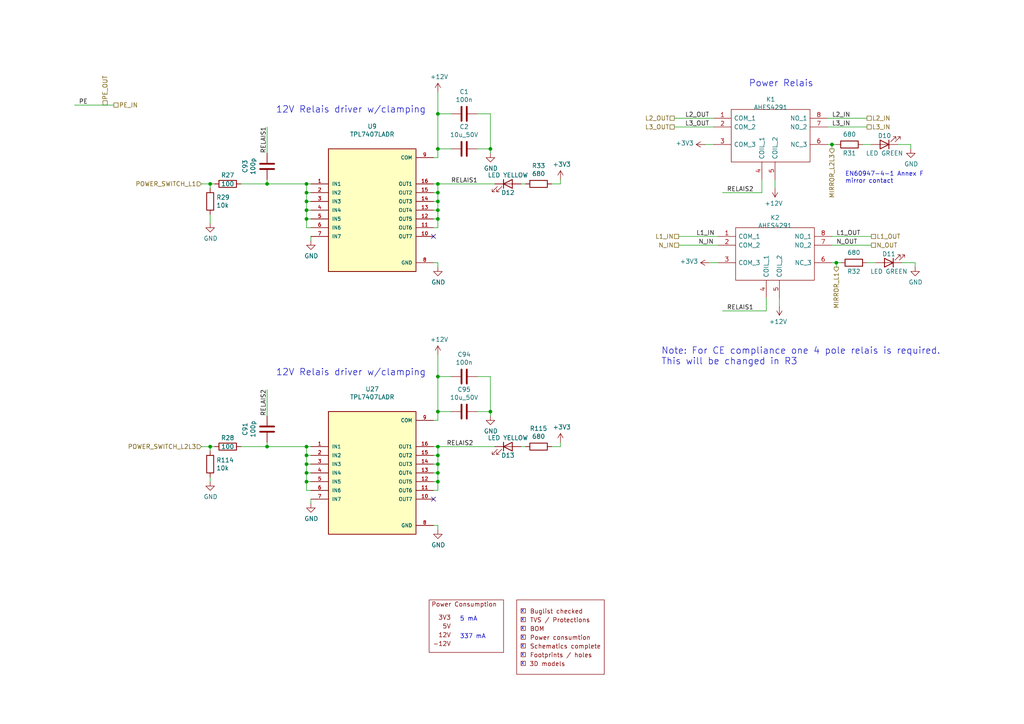
<source format=kicad_sch>
(kicad_sch (version 20211123) (generator eeschema)
  (paper "A4")
  (title_block (title "Yeti Board") (date "2021-05-14") (rev "02") (company "Pionix GmbH") (comment 1 "Cornelius Claussen"))
  (lib_symbols
    (symbol "Device:C" (pin_numbers hide) (pin_names (offset 0.254))
      (property "Reference" "C" (at 0.635 2.54 0))
      (property "Value" "C" (at 0.635 -2.54 0))
      (symbol "C_0_1"
        (polyline (pts (xy -2.032 -0.762) (xy 2.032 -0.762)) (stroke (width 0.508)))
        (polyline (pts (xy -2.032 0.762) (xy 2.032 0.762)) (stroke (width 0.508)))
      )
      (symbol "C_1_1"
        (pin passive line (at 0 3.81 270) (length 2.794) (name "~") (number "1"))
        (pin passive line (at 0 -3.81 90) (length 2.794) (name "~") (number "2"))
      )
    )
    (symbol "Device:LED" (pin_numbers hide) (pin_names (offset 1.016) hide)
      (property "Reference" "D" (at 0 2.54 0))
      (property "Value" "LED" (at 0 -2.54 0))
      (symbol "LED_0_1"
        (polyline (pts (xy -1.27 -1.27) (xy -1.27 1.27)) (stroke (width 0.254)))
        (polyline (pts (xy -1.27 0) (xy 1.27 0)))
        (polyline (pts (xy 1.27 -1.27) (xy 1.27 1.27) (xy -1.27 0) (xy 1.27 -1.27)) (stroke (width 0.254)))
        (polyline (pts (xy -3.048 -0.762) (xy -4.572 -2.286) (xy -3.81 -2.286) (xy -4.572 -2.286) (xy -4.572 -1.524)))
        (polyline (pts (xy -1.778 -0.762) (xy -3.302 -2.286) (xy -2.54 -2.286) (xy -3.302 -2.286) (xy -3.302 -1.524)))
      )
      (symbol "LED_1_1"
        (pin passive line (at -3.81 0 0) (length 2.54) (name "K") (number "1"))
        (pin passive line (at 3.81 0 180) (length 2.54) (name "A") (number "2"))
      )
    )
    (symbol "Device:R" (pin_numbers hide) (pin_names (offset 0))
      (property "Reference" "R" (at 2.032 0 90))
      (property "Value" "R" (at 0 0 90))
      (symbol "R_0_1"
        (rectangle (start -1.016 -2.54) (end 1.016 2.54) (stroke (width 0.254)))
      )
      (symbol "R_1_1"
        (pin passive line (at 0 3.81 270) (length 1.27) (name "~") (number "1"))
        (pin passive line (at 0 -3.81 90) (length 1.27) (name "~") (number "2"))
      )
    )
    (symbol "ev-devboard:AHES4291" (pin_names (offset 0.762))
      (property "Reference" "K?" (at -1.27 5.08 0))
      (property "Value" "AHES4291" (at -5.08 8.89 0))
      (property "Digikey" "255-5913-ND" (at 0 0 0))
      (property "MPN" "AHES4291" (at 0 0 0))
      (property "Price" "14.15" (at 0 0 0))
      (property "Manufacturer" "Panasonic Electric Works" (at 0 0 0))
      (symbol "AHES4291_0_0"
        (pin passive line (at -16.51 5.08 0) (length 5.08) (name "COM_1") (number "1"))
        (pin passive line (at -16.51 2.54 0) (length 5.08) (name "COM_2") (number "2"))
        (pin passive line (at -16.51 -2.54 0) (length 5.08) (name "COM_3") (number "3"))
        (pin passive line (at -2.54 -12.7 90) (length 5.08) (name "COIL_1") (number "4"))
        (pin passive line (at 1.27 -12.7 90) (length 5.08) (name "COIL_2") (number "5"))
        (pin passive line (at 16.51 -2.54 180) (length 5.08) (name "NC_3") (number "6"))
        (pin passive line (at 16.51 2.54 180) (length 5.08) (name "NO_2") (number "7"))
        (pin passive line (at 16.51 5.08 180) (length 5.08) (name "NO_1") (number "8"))
      )
      (symbol "AHES4291_0_1"
        (polyline (pts (xy -11.43 7.62) (xy 11.43 7.62) (xy 11.43 -7.62) (xy -11.43 -7.62) (xy -11.43 7.62)) (stroke (width 0.1524)))
      )
    )
    (symbol "ev-devboard:CHECKLIST" (pin_numbers hide) (pin_names (offset 0) hide)
      (symbol "CHECKLIST_0_0"
        (rectangle (start -11.43 10.16) (end 13.97 -11.43))
        (rectangle (start -10.16 7.62) (end -8.89 6.35))
        (text "3D models" (at -2.54 -7.62 0) (effects (font (size 1.27 1.27)) (justify top)))
        (text "BOM" (at -7.62 2.54 0) (effects (font (size 1.27 1.27)) (justify left top)))
        (text "Buglist checked" (at -7.62 7.62 0) (effects (font (size 1.27 1.27)) (justify left top)))
        (text "Footprints / holes" (at -7.62 -5.08 0) (effects (font (size 1.27 1.27)) (justify left top)))
        (text "Power consumtion" (at -7.62 0 0) (effects (font (size 1.27 1.27)) (justify left top)))
        (text "Schematics complete" (at -7.62 -2.54 0) (effects (font (size 1.27 1.27)) (justify left top)))
        (text "TVS / Protections" (at -7.62 5.08 0) (effects (font (size 1.27 1.27)) (justify left top)))
      )
      (symbol "CHECKLIST_1_1"
        (rectangle (start -10.16 -7.62) (end -8.89 -8.89))
        (rectangle (start -10.16 -5.08) (end -8.89 -6.35))
        (rectangle (start -10.16 -2.54) (end -8.89 -3.81))
        (rectangle (start -10.16 0) (end -8.89 -1.27))
        (rectangle (start -10.16 2.54) (end -8.89 1.27))
        (rectangle (start -10.16 5.08) (end -8.89 3.81))
      )
    )
    (symbol "ev-devboard:POWERCONSUMPTION" (pin_names (offset 1.016))
      (symbol "POWERCONSUMPTION_0_0"
        (rectangle (start -10.16 7.62) (end 11.43 -7.62))
        (text "-12V" (at -3.81 -5.08 0) (effects (font (size 1.27 1.27)) (justify right)))
        (text "12V" (at -3.81 -2.54 0) (effects (font (size 1.27 1.27)) (justify right)))
        (text "3V3" (at -3.81 2.54 0) (effects (font (size 1.27 1.27)) (justify right)))
        (text "5V" (at -3.81 0 0) (effects (font (size 1.27 1.27)) (justify right)))
        (text "Power Consumption" (at 0 6.35 0) (effects (font (size 1.27 1.27))))
      )
    )
    (symbol "ev-devboard:TPL7407LPWR" (pin_names (offset 1.016))
      (property "Reference" "U" (at -12.7 19.05 0))
      (property "Value" "TPL7407LPWR" (at -12.7 -20.32 0))
      (symbol "TPL7407LPWR_0_0"
        (rectangle (start -12.7 -17.78) (end 12.7 17.78) (stroke (width 0.254)) (fill (type background)))
        (pin input line (at -17.78 7.62 0) (length 5.08) (name "IN1") (number "1"))
        (pin passive line (at 17.78 -7.62 180) (length 5.08) (name "OUT7") (number "10"))
        (pin passive line (at 17.78 -5.08 180) (length 5.08) (name "OUT6") (number "11"))
        (pin passive line (at 17.78 -2.54 180) (length 5.08) (name "OUT5") (number "12"))
        (pin passive line (at 17.78 0 180) (length 5.08) (name "OUT4") (number "13"))
        (pin passive line (at 17.78 2.54 180) (length 5.08) (name "OUT3") (number "14"))
        (pin passive line (at 17.78 5.08 180) (length 5.08) (name "OUT2") (number "15"))
        (pin passive line (at 17.78 7.62 180) (length 5.08) (name "OUT1") (number "16"))
        (pin input line (at -17.78 5.08 0) (length 5.08) (name "IN2") (number "2"))
        (pin input line (at -17.78 2.54 0) (length 5.08) (name "IN3") (number "3"))
        (pin input line (at -17.78 0 0) (length 5.08) (name "IN4") (number "4"))
        (pin input line (at -17.78 -2.54 0) (length 5.08) (name "IN5") (number "5"))
        (pin input line (at -17.78 -5.08 0) (length 5.08) (name "IN6") (number "6"))
        (pin input line (at -17.78 -7.62 0) (length 5.08) (name "IN7") (number "7"))
        (pin power_in line (at 17.78 -15.24 180) (length 5.08) (name "GND") (number "8"))
        (pin power_in line (at 17.78 15.24 180) (length 5.08) (name "COM") (number "9"))
      )
    )
    (symbol "power:+12V" (power) (pin_names (offset 0))
      (property "Value" "+12V" (at 0 3.556 0))
      (symbol "+12V_0_1"
        (polyline (pts (xy -0.762 1.27) (xy 0 2.54)))
        (polyline (pts (xy 0 0) (xy 0 2.54)))
        (polyline (pts (xy 0 2.54) (xy 0.762 1.27)))
      )
      (symbol "+12V_1_1"
        (pin power_in line (at 0 0 90) (length 0) hide (name "+12V") (number "1"))
      )
    )
    (symbol "power:+3.3V" (power) (pin_names (offset 0))
      (property "Value" "+3.3V" (at 0 3.556 0))
      (symbol "+3.3V_0_1"
        (polyline (pts (xy -0.762 1.27) (xy 0 2.54)))
        (polyline (pts (xy 0 0) (xy 0 2.54)))
        (polyline (pts (xy 0 2.54) (xy 0.762 1.27)))
      )
      (symbol "+3.3V_1_1"
        (pin power_in line (at 0 0 90) (length 0) hide (name "+3V3") (number "1"))
      )
    )
    (symbol "power:GND" (power) (pin_names (offset 0))
      (property "Value" "GND" (at 0 -3.81 0))
      (symbol "GND_0_1"
        (polyline (pts (xy 0 0) (xy 0 -1.27) (xy 1.27 -1.27) (xy 0 -2.54) (xy -1.27 -1.27) (xy 0 -1.27)))
      )
      (symbol "GND_1_1"
        (pin power_in line (at 0 0 270) (length 0) hide (name "GND") (number "1"))
      )
    )
  )
  (junction (at 142.24 119.38))
  (junction (at 127 139.7))
  (junction (at 127 58.42))
  (junction (at 88.9 60.96))
  (junction (at 241.3 41.91))
  (junction (at 127 63.5))
  (junction (at 127 109.22))
  (junction (at 88.9 63.5))
  (junction (at 77.47 129.54))
  (junction (at 127 129.54))
  (junction (at 127 119.38))
  (junction (at 142.24 43.18))
  (junction (at 88.9 134.62))
  (junction (at 127 134.62))
  (junction (at 88.9 53.34))
  (junction (at 127 55.88))
  (junction (at 127 33.02))
  (junction (at 88.9 137.16))
  (junction (at 88.9 132.08))
  (junction (at 127 53.34))
  (junction (at 88.9 129.54))
  (junction (at 88.9 139.7))
  (junction (at 127 60.96))
  (junction (at 127 132.08))
  (junction (at 127 137.16))
  (junction (at 60.96 53.34))
  (junction (at 77.47 53.34))
  (junction (at 127 43.18))
  (junction (at 88.9 55.88))
  (junction (at 242.57 76.2))
  (junction (at 60.96 129.54))
  (junction (at 88.9 58.42))
  (no_connect (at 125.73 144.78))
  (no_connect (at 125.73 68.58))
  (wire (pts (xy 21.59 30.48) (xy 33.02 30.48)))
  (wire (pts (xy 142.24 33.02) (xy 142.24 43.18)))
  (wire (pts (xy 88.9 142.24) (xy 90.17 142.24)))
  (wire (pts (xy 90.17 55.88) (xy 88.9 55.88)))
  (wire (pts (xy 125.73 139.7) (xy 127 139.7)))
  (wire (pts (xy 125.73 132.08) (xy 127 132.08)))
  (wire (pts (xy 127 45.72) (xy 127 43.18)))
  (wire (pts (xy 88.9 53.34) (xy 88.9 55.88)))
  (wire (pts (xy 88.9 132.08) (xy 88.9 134.62)))
  (wire (pts (xy 60.96 130.81) (xy 60.96 129.54)))
  (wire (pts (xy 242.57 41.91) (xy 241.3 41.91)))
  (wire (pts (xy 127 66.04) (xy 127 63.5)))
  (wire (pts (xy 60.96 53.34) (xy 58.42 53.34)))
  (wire (pts (xy 205.74 76.2) (xy 208.28 76.2)))
  (wire (pts (xy 77.47 129.54) (xy 88.9 129.54)))
  (wire (pts (xy 160.02 53.34) (xy 162.56 53.34)))
  (wire (pts (xy 242.57 76.2) (xy 243.84 76.2)))
  (wire (pts (xy 125.73 142.24) (xy 127 142.24)))
  (wire (pts (xy 260.35 41.91) (xy 264.16 41.91)))
  (wire (pts (xy 60.96 138.43) (xy 60.96 139.7)))
  (wire (pts (xy 138.43 119.38) (xy 142.24 119.38)))
  (wire (pts (xy 90.17 139.7) (xy 88.9 139.7)))
  (wire (pts (xy 90.17 132.08) (xy 88.9 132.08)))
  (wire (pts (xy 60.96 129.54) (xy 58.42 129.54)))
  (wire (pts (xy 241.3 43.18) (xy 241.3 41.91)))
  (wire (pts (xy 138.43 109.22) (xy 142.24 109.22)))
  (wire (pts (xy 127 139.7) (xy 127 137.16)))
  (wire (pts (xy 125.73 55.88) (xy 127 55.88)))
  (wire (pts (xy 69.85 53.34) (xy 77.47 53.34)))
  (wire (pts (xy 127 142.24) (xy 127 139.7)))
  (wire (pts (xy 127 76.2) (xy 127 77.47)))
  (wire (pts (xy 127 134.62) (xy 127 132.08)))
  (wire (pts (xy 130.81 33.02) (xy 127 33.02)))
  (wire (pts (xy 127 134.62) (xy 127 137.16)))
  (wire (pts (xy 162.56 53.34) (xy 162.56 52.07)))
  (wire (pts (xy 130.81 119.38) (xy 127 119.38)))
  (wire (pts (xy 240.03 34.29) (xy 251.46 34.29)))
  (wire (pts (xy 88.9 139.7) (xy 88.9 142.24)))
  (wire (pts (xy 162.56 129.54) (xy 162.56 128.27)))
  (wire (pts (xy 62.23 129.54) (xy 60.96 129.54)))
  (wire (pts (xy 142.24 119.38) (xy 142.24 120.65)))
  (wire (pts (xy 130.81 109.22) (xy 127 109.22)))
  (wire (pts (xy 241.3 71.12) (xy 252.73 71.12)))
  (wire (pts (xy 88.9 60.96) (xy 90.17 60.96)))
  (wire (pts (xy 90.17 58.42) (xy 88.9 58.42)))
  (wire (pts (xy 242.57 77.47) (xy 242.57 76.2)))
  (wire (pts (xy 127 119.38) (xy 127 109.22)))
  (wire (pts (xy 88.9 129.54) (xy 90.17 129.54)))
  (wire (pts (xy 207.01 34.29) (xy 195.58 34.29)))
  (wire (pts (xy 127 63.5) (xy 127 60.96)))
  (wire (pts (xy 127 53.34) (xy 143.51 53.34)))
  (wire (pts (xy 60.96 62.23) (xy 60.96 64.77)))
  (wire (pts (xy 77.47 120.65) (xy 77.47 113.03)))
  (wire (pts (xy 125.73 152.4) (xy 127 152.4)))
  (wire (pts (xy 125.73 58.42) (xy 127 58.42)))
  (wire (pts (xy 204.47 41.91) (xy 207.01 41.91)))
  (wire (pts (xy 125.73 137.16) (xy 127 137.16)))
  (wire (pts (xy 77.47 129.54) (xy 77.47 128.27)))
  (wire (pts (xy 60.96 54.61) (xy 60.96 53.34)))
  (wire (pts (xy 125.73 121.92) (xy 127 121.92)))
  (wire (pts (xy 127 60.96) (xy 127 58.42)))
  (wire (pts (xy 261.62 76.2) (xy 265.43 76.2)))
  (wire (pts (xy 90.17 134.62) (xy 88.9 134.62)))
  (wire (pts (xy 160.02 129.54) (xy 162.56 129.54)))
  (wire (pts (xy 224.79 52.07) (xy 224.79 54.61)))
  (wire (pts (xy 127 33.02) (xy 127 26.67)))
  (wire (pts (xy 125.73 129.54) (xy 127 129.54)))
  (wire (pts (xy 77.47 44.45) (xy 77.47 36.83)))
  (wire (pts (xy 127 121.92) (xy 127 119.38)))
  (wire (pts (xy 151.13 129.54) (xy 152.4 129.54)))
  (wire (pts (xy 127 132.08) (xy 127 129.54)))
  (wire (pts (xy 88.9 55.88) (xy 88.9 58.42)))
  (wire (pts (xy 264.16 41.91) (xy 264.16 43.18)))
  (wire (pts (xy 88.9 137.16) (xy 90.17 137.16)))
  (wire (pts (xy 127 43.18) (xy 127 33.02)))
  (wire (pts (xy 125.73 66.04) (xy 127 66.04)))
  (wire (pts (xy 207.01 36.83) (xy 195.58 36.83)))
  (wire (pts (xy 127 55.88) (xy 127 53.34)))
  (wire (pts (xy 88.9 139.7) (xy 88.9 137.16)))
  (wire (pts (xy 125.73 76.2) (xy 127 76.2)))
  (wire (pts (xy 240.03 36.83) (xy 251.46 36.83)))
  (wire (pts (xy 222.25 90.17) (xy 209.55 90.17)))
  (wire (pts (xy 125.73 45.72) (xy 127 45.72)))
  (wire (pts (xy 241.3 68.58) (xy 252.73 68.58)))
  (wire (pts (xy 251.46 76.2) (xy 254 76.2)))
  (wire (pts (xy 222.25 86.36) (xy 222.25 90.17)))
  (wire (pts (xy 208.28 71.12) (xy 196.85 71.12)))
  (wire (pts (xy 265.43 76.2) (xy 265.43 77.47)))
  (wire (pts (xy 77.47 53.34) (xy 77.47 52.07)))
  (wire (pts (xy 127 152.4) (xy 127 153.67)))
  (wire (pts (xy 88.9 134.62) (xy 88.9 137.16)))
  (wire (pts (xy 138.43 33.02) (xy 142.24 33.02)))
  (wire (pts (xy 90.17 63.5) (xy 88.9 63.5)))
  (wire (pts (xy 127 129.54) (xy 143.51 129.54)))
  (wire (pts (xy 125.73 53.34) (xy 127 53.34)))
  (wire (pts (xy 142.24 109.22) (xy 142.24 119.38)))
  (wire (pts (xy 127 109.22) (xy 127 102.87)))
  (wire (pts (xy 220.98 55.88) (xy 209.55 55.88)))
  (wire (pts (xy 138.43 43.18) (xy 142.24 43.18)))
  (wire (pts (xy 125.73 63.5) (xy 127 63.5)))
  (wire (pts (xy 88.9 129.54) (xy 88.9 132.08)))
  (wire (pts (xy 88.9 63.5) (xy 88.9 60.96)))
  (wire (pts (xy 252.73 41.91) (xy 250.19 41.91)))
  (wire (pts (xy 77.47 53.34) (xy 88.9 53.34)))
  (wire (pts (xy 62.23 53.34) (xy 60.96 53.34)))
  (wire (pts (xy 208.28 68.58) (xy 196.85 68.58)))
  (wire (pts (xy 220.98 52.07) (xy 220.98 55.88)))
  (wire (pts (xy 88.9 60.96) (xy 88.9 58.42)))
  (wire (pts (xy 88.9 66.04) (xy 90.17 66.04)))
  (wire (pts (xy 226.06 86.36) (xy 226.06 88.9)))
  (wire (pts (xy 130.81 43.18) (xy 127 43.18)))
  (wire (pts (xy 142.24 43.18) (xy 142.24 44.45)))
  (wire (pts (xy 151.13 53.34) (xy 152.4 53.34)))
  (wire (pts (xy 90.17 68.58) (xy 90.17 69.85)))
  (wire (pts (xy 69.85 129.54) (xy 77.47 129.54)))
  (wire (pts (xy 125.73 134.62) (xy 127 134.62)))
  (wire (pts (xy 125.73 60.96) (xy 127 60.96)))
  (wire (pts (xy 88.9 53.34) (xy 90.17 53.34)))
  (wire (pts (xy 90.17 144.78) (xy 90.17 146.05)))
  (wire (pts (xy 241.3 76.2) (xy 242.57 76.2)))
  (wire (pts (xy 241.3 41.91) (xy 240.03 41.91)))
  (wire (pts (xy 127 58.42) (xy 127 55.88)))
  (wire (pts (xy 88.9 63.5) (xy 88.9 66.04)))
  (text "X" (at 151.13 193.04 0) (effects (font (size 0.762 0.762)) (justify left bottom)))
  (text "X" (at 151.13 182.88 0) (effects (font (size 0.762 0.762)) (justify left bottom)))
  (text "EN60947-4-1 Annex F \nmirror contact" (at 245.11 53.34 0) (effects (font (size 1.27 1.27)) (justify left bottom)))
  (text "X" (at 151.13 180.34 0) (effects (font (size 0.762 0.762)) (justify left bottom)))
  (text "X" (at 151.13 187.96 0) (effects (font (size 0.762 0.762)) (justify left bottom)))
  (text "X" (at 151.13 190.5 0) (effects (font (size 0.762 0.762)) (justify left bottom)))
  (text "Note: For CE compliance one 4 pole relais is required.\nThis will be changed in R3" (at 191.77 106.045 0) (effects (font (size 1.905 1.905)) (justify left bottom)))
  (text "337 mA\n" (at 133.35 185.42 0) (effects (font (size 1.27 1.27)) (justify left bottom)))
  (text "X" (at 151.13 177.8 0) (effects (font (size 0.762 0.762)) (justify left bottom)))
  (text "5 mA\n" (at 133.35 180.34 0) (effects (font (size 1.27 1.27)) (justify left bottom)))
  (text "X" (at 151.13 185.42 0) (effects (font (size 0.762 0.762)) (justify left bottom)))
  (text "12V Relais driver w/clamping" (at 80.01 33.02 0) (effects (font (size 1.905 1.905)) (justify left bottom)))
  (text "12V Relais driver w/clamping" (at 80.01 109.22 0) (effects (font (size 1.905 1.905)) (justify left bottom)))
  (text "Power Relais" (at 217.17 25.4 0) (effects (font (size 1.905 1.905)) (justify left bottom)))
  (label "RELAIS2" (at 210.82 55.88 0))
  (label "RELAIS1" (at 130.81 53.34 0))
  (label "L2_IN" (at 241.3 34.29 0))
  (label "N_OUT" (at 242.57 71.12 0))
  (label "L3_OUT" (at 205.74 36.83 180))
  (label "RELAIS1" (at 77.47 44.45 90))
  (label "L1_OUT" (at 242.57 68.58 0))
  (label "L3_IN" (at 241.3 36.83 0))
  (label "RELAIS2" (at 77.47 120.65 90))
  (label "PE" (at 22.86 30.48 0))
  (label "RELAIS1" (at 210.82 90.17 0))
  (label "N_IN" (at 207.01 71.12 180))
  (label "L2_OUT" (at 205.74 34.29 180))
  (label "L1_IN" (at 201.93 68.58 0))
  (label "RELAIS2" (at 129.54 129.54 0))
  (hierarchical_label "POWER_SWITCH_L2L3" (shape input) (at 58.42 129.54 180))
  (hierarchical_label "L1_OUT" (shape passive) (at 252.73 68.58 0))
  (hierarchical_label "PE_IN" (shape passive) (at 33.02 30.48 0))
  (hierarchical_label "N_OUT" (shape passive) (at 252.73 71.12 0))
  (hierarchical_label "N_IN" (shape passive) (at 196.85 71.12 180))
  (hierarchical_label "MIRROR_L1" (shape output) (at 242.57 77.47 270))
  (hierarchical_label "POWER_SWITCH_L1" (shape input) (at 58.42 53.34 180))
  (hierarchical_label "L3_IN" (shape passive) (at 251.46 36.83 0))
  (hierarchical_label "L2_OUT" (shape passive) (at 195.58 34.29 180))
  (hierarchical_label "L2_IN" (shape passive) (at 251.46 34.29 0))
  (hierarchical_label "L3_OUT" (shape passive) (at 195.58 36.83 180))
  (hierarchical_label "MIRROR_L2L3" (shape output) (at 241.3 43.18 270))
  (hierarchical_label "L1_IN" (shape passive) (at 196.85 68.58 180))
  (hierarchical_label "PE_OUT" (shape passive) (at 30.48 30.48 90))
  (symbol (lib_id "ev-devboard:AHES4291") (at 223.52 39.37 0) (unit 1)
    (property "Reference" "K1" (at 223.52 28.829 0))
    (property "Value" "AHES4291" (at 223.52 31.1404 0))
    (property "Footprint" "ev-devboard:AHES4291" (effects hide))
    (property "Datasheet" "https://datasheet.octopart.com/AHES4291-Panasonic-datasheet-82522994.pdf" (effects hide))
    (property "Description" "Panasonic DPNO, SPNC PCB Mount Non-Latching Relay, 12V dc Coil 1 A Non-Latching Relay" (effects hide))
    (property "Height" "38" (effects hide))
    (property "Manufacturer_Name" "Panasonic" (effects hide))
    (property "Manufacturer_Part_Number" "AHES4291" (effects hide))
    (property "Arrow Part Number" "AHES4291" (effects hide))
    (property "Arrow Price/Stock" "https://www.arrow.com/en/products/ahes4291/panasonic" (effects hide))
    (property "Mouser Part Number" "769-AHES4291" (effects hide))
    (property "Mouser Price/Stock" "https://www.mouser.co.uk/ProductDetail/Panasonic-Industrial-Devices/AHES4291?qs=uLrlhPoGzAD9gjoKFCqMXg%3D%3D" (effects hide))
    (property "Digikey" "255-5913-ND" (effects hide))
    (property "MPN" "AHES4291" (effects hide))
    (property "Manufacturer" "Panasonic Electric Works" (effects hide))
    (property "Price" "14.15" (effects hide))
  )
  (symbol (lib_id "ev-devboard:AHES4291") (at 224.79 73.66 0) (unit 1)
    (property "Reference" "K2" (at 224.79 63.119 0))
    (property "Value" "AHES4291" (at 224.79 65.4304 0))
    (property "Footprint" "ev-devboard:AHES4291" (effects hide))
    (property "Datasheet" "https://datasheet.octopart.com/AHES4291-Panasonic-datasheet-82522994.pdf" (effects hide))
    (property "Description" "Panasonic DPNO, SPNC PCB Mount Non-Latching Relay, 12V dc Coil 1 A Non-Latching Relay" (effects hide))
    (property "Height" "38" (effects hide))
    (property "Manufacturer_Name" "Panasonic" (effects hide))
    (property "Manufacturer_Part_Number" "AHES4291" (effects hide))
    (property "Arrow Part Number" "AHES4291" (effects hide))
    (property "Arrow Price/Stock" "https://www.arrow.com/en/products/ahes4291/panasonic" (effects hide))
    (property "Mouser Part Number" "769-AHES4291" (effects hide))
    (property "Mouser Price/Stock" "https://www.mouser.co.uk/ProductDetail/Panasonic-Industrial-Devices/AHES4291?qs=uLrlhPoGzAD9gjoKFCqMXg%3D%3D" (effects hide))
    (property "Digikey" "255-5913-ND" (effects hide))
    (property "MPN" "AHES4291" (effects hide))
    (property "Manufacturer" "Panasonic Electric Works" (effects hide))
    (property "Price" "14.15" (effects hide))
  )
  (symbol (lib_id "Device:LED") (at 147.32 53.34 0) (unit 1)
    (property "Reference" "D12" (at 147.32 55.88 0))
    (property "Value" "LED YELLOW" (at 147.32 50.8 0))
    (property "Footprint" "LED_SMD:LED_0603_1608Metric" (effects hide))
  )
  (symbol (lib_id "Device:R") (at 156.21 53.34 270) (unit 1)
    (property "Reference" "R33" (at 156.21 48.0822 90))
    (property "Value" "680" (at 156.21 50.3936 90))
    (property "Footprint" "Resistor_SMD:R_0603_1608Metric" (effects hide))
  )
  (symbol (lib_id "ev-devboard:TPL7407LPWR") (at 107.95 60.96 0) (unit 1)
    (property "Reference" "U9" (at 107.95 36.6522 0))
    (property "Value" "TPL7407LADR" (at 107.95 38.9636 0))
    (property "Footprint" "Package_SO:SOIC-16_3.9x9.9mm_P1.27mm" (effects hide))
    (property "STANDARD" "IPC 7351B" (effects hide))
    (property "Digikey" "296-51862-1-ND" (effects hide))
    (property "MPN" "TPL7407LADR" (effects hide))
    (property "Manufacturer" "TI" (effects hide))
    (property "Price" "0.3" (effects hide))
  )
  (symbol (lib_id "power:GND") (at 127 77.47 0) (unit 1)
    (property "Reference" "#PWR027" (effects hide))
    (property "Value" "GND" (at 127.127 81.8642 0))
  )
  (symbol (lib_id "power:+12V") (at 127 26.67 0) (unit 1)
    (property "Reference" "#PWR026" (effects hide))
    (property "Value" "+12V" (at 127.381 22.2758 0))
  )
  (symbol (lib_id "power:+12V") (at 224.79 54.61 180) (unit 1)
    (property "Reference" "#PWR024" (effects hide))
    (property "Value" "+12V" (at 224.409 59.0042 0))
  )
  (symbol (lib_id "power:+12V") (at 226.06 88.9 180) (unit 1)
    (property "Reference" "#PWR025" (effects hide))
    (property "Value" "+12V" (at 225.679 93.2942 0))
  )
  (symbol (lib_id "Device:C") (at 134.62 43.18 270) (unit 1)
    (property "Reference" "C2" (at 134.62 36.7792 90))
    (property "Value" "10u_50V" (at 134.62 39.0906 90))
    (property "Footprint" "Capacitor_SMD:C_0805_2012Metric" (effects hide))
  )
  (symbol (lib_id "Device:C") (at 134.62 33.02 270) (unit 1)
    (property "Reference" "C1" (at 134.62 26.6192 90))
    (property "Value" "100n" (at 134.62 28.9306 90))
    (property "Footprint" "Capacitor_SMD:C_0603_1608Metric" (effects hide))
  )
  (symbol (lib_id "power:GND") (at 142.24 44.45 0) (unit 1)
    (property "Reference" "#PWR028" (effects hide))
    (property "Value" "GND" (at 142.367 48.8442 0))
  )
  (symbol (lib_id "power:+3.3V") (at 162.56 52.07 0) (unit 1)
    (property "Reference" "#PWR031" (effects hide))
    (property "Value" "+3.3V" (at 162.941 47.6758 0))
  )
  (symbol (lib_id "Device:R") (at 246.38 41.91 270) (unit 1)
    (property "Reference" "R31" (at 246.38 44.45 90))
    (property "Value" "680" (at 246.38 38.9636 90))
    (property "Footprint" "Resistor_SMD:R_0603_1608Metric" (effects hide))
  )
  (symbol (lib_id "Device:LED") (at 256.54 41.91 180) (unit 1)
    (property "Reference" "D10" (at 256.54 39.37 0))
    (property "Value" "LED GREEN" (at 256.54 44.45 0))
    (property "Footprint" "LED_SMD:LED_0603_1608Metric" (effects hide))
  )
  (symbol (lib_id "power:GND") (at 264.16 43.18 0) (unit 1)
    (property "Reference" "#PWR029" (effects hide))
    (property "Value" "GND" (at 264.287 47.5742 0))
  )
  (symbol (lib_id "power:+3.3V") (at 204.47 41.91 90) (unit 1)
    (property "Reference" "#PWR022" (effects hide))
    (property "Value" "+3.3V" (at 201.2188 41.529 90) (effects (justify left)))
  )
  (symbol (lib_id "power:+3.3V") (at 205.74 76.2 90) (unit 1)
    (property "Reference" "#PWR023" (effects hide))
    (property "Value" "+3.3V" (at 202.4888 75.819 90) (effects (justify left)))
  )
  (symbol (lib_id "Device:R") (at 247.65 76.2 270) (unit 1)
    (property "Reference" "R32" (at 247.65 78.74 90))
    (property "Value" "680" (at 247.65 73.2536 90))
    (property "Footprint" "Resistor_SMD:R_0603_1608Metric" (effects hide))
  )
  (symbol (lib_id "Device:LED") (at 257.81 76.2 180) (unit 1)
    (property "Reference" "D11" (at 257.81 73.66 0))
    (property "Value" "LED GREEN" (at 257.81 78.74 0))
    (property "Footprint" "LED_SMD:LED_0603_1608Metric" (effects hide))
  )
  (symbol (lib_id "power:GND") (at 265.43 77.47 0) (unit 1)
    (property "Reference" "#PWR030" (effects hide))
    (property "Value" "GND" (at 265.557 81.8642 0))
  )
  (symbol (lib_id "Device:R") (at 66.04 53.34 270) (unit 1)
    (property "Reference" "R27" (at 66.04 50.8 90))
    (property "Value" "100" (at 66.04 53.34 90))
    (property "Footprint" "Resistor_SMD:R_0603_1608Metric" (effects hide))
  )
  (symbol (lib_id "Device:R") (at 60.96 58.42 0) (unit 1)
    (property "Reference" "R29" (at 62.738 57.2516 0) (effects (justify left)))
    (property "Value" "10k" (at 62.738 59.563 0) (effects (justify left)))
    (property "Footprint" "Resistor_SMD:R_0603_1608Metric" (effects hide))
  )
  (symbol (lib_id "power:GND") (at 60.96 64.77 0) (unit 1)
    (property "Reference" "#PWR020" (effects hide))
    (property "Value" "GND" (at 61.087 69.1642 0))
  )
  (symbol (lib_id "power:GND") (at 90.17 69.85 0) (unit 1)
    (property "Reference" "#PWR0137" (effects hide))
    (property "Value" "GND" (at 90.297 74.2442 0))
  )
  (symbol (lib_id "Device:C") (at 77.47 48.26 0) (unit 1)
    (property "Reference" "C93" (at 71.0692 48.26 90))
    (property "Value" "100p" (at 73.3806 48.26 90))
    (property "Footprint" "Capacitor_SMD:C_0603_1608Metric" (effects hide))
  )
  (symbol (lib_id "ev-devboard:TPL7407LPWR") (at 107.95 137.16 0) (unit 1)
    (property "Reference" "U27" (at 107.95 112.8522 0))
    (property "Value" "TPL7407LADR" (at 107.95 115.1636 0))
    (property "Footprint" "Package_SO:SOIC-16_3.9x9.9mm_P1.27mm" (effects hide))
    (property "STANDARD" "IPC 7351B" (effects hide))
    (property "Digikey" "296-51862-1-ND" (effects hide))
    (property "MPN" "TPL7407LADR" (effects hide))
    (property "Manufacturer" "TI" (effects hide))
    (property "Price" "0.3" (effects hide))
  )
  (symbol (lib_id "power:GND") (at 127 153.67 0) (unit 1)
    (property "Reference" "#PWR0136" (effects hide))
    (property "Value" "GND" (at 127.127 158.0642 0))
  )
  (symbol (lib_id "power:+12V") (at 127 102.87 0) (unit 1)
    (property "Reference" "#PWR0135" (effects hide))
    (property "Value" "+12V" (at 127.381 98.4758 0))
  )
  (symbol (lib_id "Device:C") (at 134.62 119.38 270) (unit 1)
    (property "Reference" "C95" (at 134.62 112.9792 90))
    (property "Value" "10u_50V" (at 134.62 115.2906 90))
    (property "Footprint" "Capacitor_SMD:C_0805_2012Metric" (effects hide))
  )
  (symbol (lib_id "Device:C") (at 134.62 109.22 270) (unit 1)
    (property "Reference" "C94" (at 134.62 102.8192 90))
    (property "Value" "100n" (at 134.62 105.1306 90))
    (property "Footprint" "Capacitor_SMD:C_0603_1608Metric" (effects hide))
  )
  (symbol (lib_id "power:GND") (at 142.24 120.65 0) (unit 1)
    (property "Reference" "#PWR0138" (effects hide))
    (property "Value" "GND" (at 142.367 125.0442 0))
  )
  (symbol (lib_id "Device:R") (at 66.04 129.54 270) (unit 1)
    (property "Reference" "R28" (at 66.04 127 90))
    (property "Value" "100" (at 66.04 129.54 90))
    (property "Footprint" "Resistor_SMD:R_0603_1608Metric" (effects hide))
  )
  (symbol (lib_id "Device:LED") (at 147.32 129.54 0) (unit 1)
    (property "Reference" "D13" (at 147.32 132.08 0))
    (property "Value" "LED YELLOW" (at 147.32 127 0))
    (property "Footprint" "LED_SMD:LED_0603_1608Metric" (effects hide))
  )
  (symbol (lib_id "Device:R") (at 156.21 129.54 270) (unit 1)
    (property "Reference" "R115" (at 156.21 124.2822 90))
    (property "Value" "680" (at 156.21 126.5936 90))
    (property "Footprint" "Resistor_SMD:R_0603_1608Metric" (effects hide))
  )
  (symbol (lib_id "power:+3.3V") (at 162.56 128.27 0) (unit 1)
    (property "Reference" "#PWR0139" (effects hide))
    (property "Value" "+3.3V" (at 162.941 123.8758 0))
  )
  (symbol (lib_id "Device:R") (at 60.96 134.62 0) (unit 1)
    (property "Reference" "R114" (at 62.738 133.4516 0) (effects (justify left)))
    (property "Value" "10k" (at 62.738 135.763 0) (effects (justify left)))
    (property "Footprint" "Resistor_SMD:R_0603_1608Metric" (effects hide))
  )
  (symbol (lib_id "power:GND") (at 60.96 139.7 0) (unit 1)
    (property "Reference" "#PWR0133" (effects hide))
    (property "Value" "GND" (at 61.087 144.0942 0))
  )
  (symbol (lib_id "power:GND") (at 90.17 146.05 0) (unit 1)
    (property "Reference" "#PWR0134" (effects hide))
    (property "Value" "GND" (at 90.297 150.4442 0))
  )
  (symbol (lib_id "Device:C") (at 77.47 124.46 0) (unit 1)
    (property "Reference" "C91" (at 71.0692 124.46 90))
    (property "Value" "100p" (at 73.3806 124.46 90))
    (property "Footprint" "Capacitor_SMD:C_0603_1608Metric" (effects hide))
  )
  (symbol (lib_id "ev-devboard:POWERCONSUMPTION") (at 134.62 181.61 0) (unit 1)
    (property "Reference" "#NONE3" (effects hide))
    (property "Value" "POWERCONSUMPTION" (effects hide))
  )
  (symbol (lib_id "ev-devboard:CHECKLIST") (at 161.29 184.15 0) (unit 1)
    (property "Reference" "#NONE4" (effects hide))
    (property "Value" "CHECKLIST" (effects hide))
  )
)
</source>
